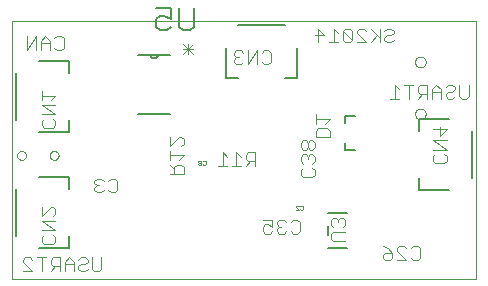
<source format=gbo>
G75*
%MOIN*%
%OFA0B0*%
%FSLAX24Y24*%
%IPPOS*%
%LPD*%
%AMOC8*
5,1,8,0,0,1.08239X$1,22.5*
%
%ADD10C,0.0000*%
%ADD11C,0.0040*%
%ADD12C,0.0010*%
%ADD13C,0.0050*%
%ADD14C,0.0060*%
%ADD15C,0.0030*%
%ADD16C,0.0080*%
D10*
X005150Y004018D02*
X005150Y012639D01*
X020645Y012639D01*
X020645Y004018D01*
X005150Y004018D01*
X005336Y008143D02*
X005338Y008167D01*
X005344Y008190D01*
X005353Y008212D01*
X005366Y008232D01*
X005381Y008250D01*
X005400Y008265D01*
X005421Y008277D01*
X005443Y008285D01*
X005466Y008290D01*
X005490Y008291D01*
X005514Y008288D01*
X005536Y008281D01*
X005558Y008271D01*
X005578Y008258D01*
X005595Y008241D01*
X005609Y008222D01*
X005620Y008201D01*
X005628Y008178D01*
X005632Y008155D01*
X005632Y008131D01*
X005628Y008108D01*
X005620Y008085D01*
X005609Y008064D01*
X005595Y008045D01*
X005578Y008028D01*
X005558Y008015D01*
X005536Y008005D01*
X005514Y007998D01*
X005490Y007995D01*
X005466Y007996D01*
X005443Y008001D01*
X005421Y008009D01*
X005400Y008021D01*
X005381Y008036D01*
X005366Y008054D01*
X005353Y008074D01*
X005344Y008096D01*
X005338Y008119D01*
X005336Y008143D01*
X006418Y008143D02*
X006420Y008167D01*
X006426Y008190D01*
X006435Y008212D01*
X006448Y008232D01*
X006463Y008250D01*
X006482Y008265D01*
X006503Y008277D01*
X006525Y008285D01*
X006548Y008290D01*
X006572Y008291D01*
X006596Y008288D01*
X006618Y008281D01*
X006640Y008271D01*
X006660Y008258D01*
X006677Y008241D01*
X006691Y008222D01*
X006702Y008201D01*
X006710Y008178D01*
X006714Y008155D01*
X006714Y008131D01*
X006710Y008108D01*
X006702Y008085D01*
X006691Y008064D01*
X006677Y008045D01*
X006660Y008028D01*
X006640Y008015D01*
X006618Y008005D01*
X006596Y007998D01*
X006572Y007995D01*
X006548Y007996D01*
X006525Y008001D01*
X006503Y008009D01*
X006482Y008021D01*
X006463Y008036D01*
X006448Y008054D01*
X006435Y008074D01*
X006426Y008096D01*
X006420Y008119D01*
X006418Y008143D01*
X018598Y009527D02*
X018600Y009553D01*
X018606Y009579D01*
X018616Y009604D01*
X018629Y009627D01*
X018645Y009647D01*
X018665Y009665D01*
X018687Y009680D01*
X018710Y009692D01*
X018736Y009700D01*
X018762Y009704D01*
X018788Y009704D01*
X018814Y009700D01*
X018840Y009692D01*
X018864Y009680D01*
X018885Y009665D01*
X018905Y009647D01*
X018921Y009627D01*
X018934Y009604D01*
X018944Y009579D01*
X018950Y009553D01*
X018952Y009527D01*
X018950Y009501D01*
X018944Y009475D01*
X018934Y009450D01*
X018921Y009427D01*
X018905Y009407D01*
X018885Y009389D01*
X018863Y009374D01*
X018840Y009362D01*
X018814Y009354D01*
X018788Y009350D01*
X018762Y009350D01*
X018736Y009354D01*
X018710Y009362D01*
X018686Y009374D01*
X018665Y009389D01*
X018645Y009407D01*
X018629Y009427D01*
X018616Y009450D01*
X018606Y009475D01*
X018600Y009501D01*
X018598Y009527D01*
X018598Y011259D02*
X018600Y011285D01*
X018606Y011311D01*
X018616Y011336D01*
X018629Y011359D01*
X018645Y011379D01*
X018665Y011397D01*
X018687Y011412D01*
X018710Y011424D01*
X018736Y011432D01*
X018762Y011436D01*
X018788Y011436D01*
X018814Y011432D01*
X018840Y011424D01*
X018864Y011412D01*
X018885Y011397D01*
X018905Y011379D01*
X018921Y011359D01*
X018934Y011336D01*
X018944Y011311D01*
X018950Y011285D01*
X018952Y011259D01*
X018950Y011233D01*
X018944Y011207D01*
X018934Y011182D01*
X018921Y011159D01*
X018905Y011139D01*
X018885Y011121D01*
X018863Y011106D01*
X018840Y011094D01*
X018814Y011086D01*
X018788Y011082D01*
X018762Y011082D01*
X018736Y011086D01*
X018710Y011094D01*
X018686Y011106D01*
X018665Y011121D01*
X018645Y011139D01*
X018629Y011159D01*
X018616Y011182D01*
X018606Y011207D01*
X018600Y011233D01*
X018598Y011259D01*
D11*
X017880Y011990D02*
X017803Y011913D01*
X017650Y011913D01*
X017573Y011990D01*
X017573Y012067D01*
X017650Y012144D01*
X017803Y012144D01*
X017880Y012220D01*
X017880Y012297D01*
X017803Y012374D01*
X017650Y012374D01*
X017573Y012297D01*
X017420Y012374D02*
X017420Y011913D01*
X017420Y012067D02*
X017113Y012374D01*
X016959Y012297D02*
X016882Y012374D01*
X016729Y012374D01*
X016652Y012297D01*
X016652Y012220D01*
X016959Y011913D01*
X016652Y011913D01*
X016499Y011990D02*
X016192Y012297D01*
X016192Y011990D01*
X016269Y011913D01*
X016422Y011913D01*
X016499Y011990D01*
X016499Y012297D01*
X016422Y012374D01*
X016269Y012374D01*
X016192Y012297D01*
X016038Y012220D02*
X015885Y012374D01*
X015885Y011913D01*
X016038Y011913D02*
X015732Y011913D01*
X015578Y012144D02*
X015271Y012144D01*
X015348Y012374D02*
X015348Y011913D01*
X015578Y012144D02*
X015348Y012374D01*
X017113Y011913D02*
X017343Y012144D01*
X017925Y010499D02*
X017925Y010038D01*
X018078Y010038D02*
X017771Y010038D01*
X018078Y010345D02*
X017925Y010499D01*
X018232Y010499D02*
X018538Y010499D01*
X018385Y010499D02*
X018385Y010038D01*
X018692Y010038D02*
X018845Y010192D01*
X018769Y010192D02*
X018999Y010192D01*
X018999Y010038D02*
X018999Y010499D01*
X018769Y010499D01*
X018692Y010422D01*
X018692Y010269D01*
X018769Y010192D01*
X019152Y010269D02*
X019459Y010269D01*
X019459Y010345D02*
X019459Y010038D01*
X019613Y010115D02*
X019689Y010038D01*
X019843Y010038D01*
X019920Y010115D01*
X020073Y010115D02*
X020073Y010499D01*
X019920Y010422D02*
X019920Y010345D01*
X019843Y010269D01*
X019689Y010269D01*
X019613Y010192D01*
X019613Y010115D01*
X019459Y010345D02*
X019306Y010499D01*
X019152Y010345D01*
X019152Y010038D01*
X019613Y010422D02*
X019689Y010499D01*
X019843Y010499D01*
X019920Y010422D01*
X020073Y010115D02*
X020150Y010038D01*
X020303Y010038D01*
X020380Y010115D01*
X020380Y010499D01*
X019424Y009107D02*
X019424Y008800D01*
X019654Y009031D01*
X019194Y009031D01*
X019194Y008647D02*
X019654Y008647D01*
X019654Y008340D02*
X019194Y008647D01*
X019194Y008340D02*
X019654Y008340D01*
X019577Y008186D02*
X019654Y008110D01*
X019654Y007956D01*
X019577Y007880D01*
X019270Y007880D01*
X019194Y007956D01*
X019194Y008110D01*
X019270Y008186D01*
X015755Y008743D02*
X015755Y008973D01*
X015679Y009049D01*
X015372Y009049D01*
X015295Y008973D01*
X015295Y008743D01*
X015755Y008743D01*
X015255Y008564D02*
X015255Y008411D01*
X015179Y008334D01*
X015102Y008334D01*
X015025Y008411D01*
X015025Y008564D01*
X014948Y008641D01*
X014872Y008641D01*
X014795Y008564D01*
X014795Y008411D01*
X014872Y008334D01*
X014948Y008334D01*
X015025Y008411D01*
X015025Y008564D02*
X015102Y008641D01*
X015179Y008641D01*
X015255Y008564D01*
X015179Y008181D02*
X015102Y008181D01*
X015025Y008104D01*
X014948Y008181D01*
X014872Y008181D01*
X014795Y008104D01*
X014795Y007950D01*
X014872Y007874D01*
X014872Y007720D02*
X014795Y007644D01*
X014795Y007490D01*
X014872Y007413D01*
X015179Y007413D01*
X015255Y007490D01*
X015255Y007644D01*
X015179Y007720D01*
X015179Y007874D02*
X015255Y007950D01*
X015255Y008104D01*
X015179Y008181D01*
X015025Y008104D02*
X015025Y008027D01*
X015295Y009203D02*
X015295Y009510D01*
X015295Y009356D02*
X015755Y009356D01*
X015602Y009203D01*
X013255Y008249D02*
X013255Y007788D01*
X013255Y007942D02*
X013025Y007942D01*
X012948Y008019D01*
X012948Y008172D01*
X013025Y008249D01*
X013255Y008249D01*
X012795Y008095D02*
X012641Y008249D01*
X012641Y007788D01*
X012488Y007788D02*
X012795Y007788D01*
X012948Y007788D02*
X013102Y007942D01*
X012334Y008095D02*
X012181Y008249D01*
X012181Y007788D01*
X012334Y007788D02*
X012027Y007788D01*
X010880Y007762D02*
X010880Y007532D01*
X010420Y007532D01*
X010573Y007532D02*
X010573Y007762D01*
X010650Y007839D01*
X010804Y007839D01*
X010880Y007762D01*
X010727Y007993D02*
X010880Y008146D01*
X010420Y008146D01*
X010420Y007993D02*
X010420Y008299D01*
X010420Y008453D02*
X010727Y008760D01*
X010804Y008760D01*
X010880Y008683D01*
X010880Y008530D01*
X010804Y008453D01*
X010420Y008453D02*
X010420Y008760D01*
X010420Y007839D02*
X010573Y007686D01*
X008676Y007297D02*
X008676Y006990D01*
X008599Y006913D01*
X008446Y006913D01*
X008369Y006990D01*
X008215Y006990D02*
X008139Y006913D01*
X007985Y006913D01*
X007908Y006990D01*
X007908Y007067D01*
X007985Y007144D01*
X008062Y007144D01*
X007985Y007144D02*
X007908Y007220D01*
X007908Y007297D01*
X007985Y007374D01*
X008139Y007374D01*
X008215Y007297D01*
X008369Y007297D02*
X008446Y007374D01*
X008599Y007374D01*
X008676Y007297D01*
X006607Y006342D02*
X006607Y006188D01*
X006530Y006112D01*
X006607Y005958D02*
X006146Y005958D01*
X006607Y005651D01*
X006146Y005651D01*
X006223Y005498D02*
X006146Y005421D01*
X006146Y005268D01*
X006223Y005191D01*
X006530Y005191D01*
X006607Y005268D01*
X006607Y005421D01*
X006530Y005498D01*
X006146Y006112D02*
X006453Y006419D01*
X006530Y006419D01*
X006607Y006342D01*
X006146Y006419D02*
X006146Y006112D01*
X006147Y004749D02*
X006147Y004288D01*
X006454Y004288D02*
X006608Y004442D01*
X006531Y004442D02*
X006761Y004442D01*
X006761Y004288D02*
X006761Y004749D01*
X006531Y004749D01*
X006454Y004672D01*
X006454Y004519D01*
X006531Y004442D01*
X006301Y004749D02*
X005994Y004749D01*
X005840Y004672D02*
X005764Y004749D01*
X005610Y004749D01*
X005533Y004672D01*
X005533Y004595D01*
X005840Y004288D01*
X005533Y004288D01*
X006915Y004288D02*
X006915Y004595D01*
X007068Y004749D01*
X007222Y004595D01*
X007222Y004288D01*
X007375Y004365D02*
X007452Y004288D01*
X007605Y004288D01*
X007682Y004365D01*
X007835Y004365D02*
X007835Y004749D01*
X007682Y004672D02*
X007682Y004595D01*
X007605Y004519D01*
X007452Y004519D01*
X007375Y004442D01*
X007375Y004365D01*
X007222Y004519D02*
X006915Y004519D01*
X007375Y004672D02*
X007452Y004749D01*
X007605Y004749D01*
X007682Y004672D01*
X008142Y004749D02*
X008142Y004365D01*
X008066Y004288D01*
X007912Y004288D01*
X007835Y004365D01*
X013527Y005615D02*
X013604Y005538D01*
X013757Y005538D01*
X013834Y005615D01*
X013834Y005769D02*
X013681Y005845D01*
X013604Y005845D01*
X013527Y005769D01*
X013527Y005615D01*
X013834Y005769D02*
X013834Y005999D01*
X013527Y005999D01*
X013988Y005922D02*
X013988Y005845D01*
X014064Y005769D01*
X013988Y005692D01*
X013988Y005615D01*
X014064Y005538D01*
X014218Y005538D01*
X014295Y005615D01*
X014448Y005615D02*
X014525Y005538D01*
X014678Y005538D01*
X014755Y005615D01*
X014755Y005922D01*
X014678Y005999D01*
X014525Y005999D01*
X014448Y005922D01*
X014295Y005922D02*
X014218Y005999D01*
X014064Y005999D01*
X013988Y005922D01*
X014064Y005769D02*
X014141Y005769D01*
X015801Y005831D02*
X015878Y005754D01*
X015801Y005831D02*
X015801Y005984D01*
X015878Y006061D01*
X015954Y006061D01*
X016031Y005984D01*
X016031Y005908D01*
X016031Y005984D02*
X016108Y006061D01*
X016185Y006061D01*
X016261Y005984D01*
X016261Y005831D01*
X016185Y005754D01*
X016261Y005601D02*
X015878Y005601D01*
X015801Y005524D01*
X015801Y005370D01*
X015878Y005294D01*
X016261Y005294D01*
X017533Y005124D02*
X017687Y005047D01*
X017840Y004894D01*
X017610Y004894D01*
X017533Y004817D01*
X017533Y004740D01*
X017610Y004663D01*
X017764Y004663D01*
X017840Y004740D01*
X017840Y004894D01*
X017994Y004970D02*
X017994Y005047D01*
X018071Y005124D01*
X018224Y005124D01*
X018301Y005047D01*
X018454Y005047D02*
X018531Y005124D01*
X018684Y005124D01*
X018761Y005047D01*
X018761Y004740D01*
X018684Y004663D01*
X018531Y004663D01*
X018454Y004740D01*
X018301Y004663D02*
X017994Y004970D01*
X017994Y004663D02*
X018301Y004663D01*
X013712Y011187D02*
X013559Y011187D01*
X013482Y011264D01*
X013328Y011187D02*
X013328Y011647D01*
X013021Y011187D01*
X013021Y011647D01*
X012868Y011571D02*
X012791Y011647D01*
X012638Y011647D01*
X012561Y011571D01*
X012561Y011494D01*
X012638Y011417D01*
X012561Y011340D01*
X012561Y011264D01*
X012638Y011187D01*
X012791Y011187D01*
X012868Y011264D01*
X012714Y011417D02*
X012638Y011417D01*
X013482Y011571D02*
X013559Y011647D01*
X013712Y011647D01*
X013789Y011571D01*
X013789Y011264D01*
X013712Y011187D01*
X006880Y011740D02*
X006803Y011663D01*
X006650Y011663D01*
X006573Y011740D01*
X006420Y011663D02*
X006420Y011970D01*
X006266Y012124D01*
X006113Y011970D01*
X006113Y011663D01*
X005959Y011663D02*
X005959Y012124D01*
X005652Y011663D01*
X005652Y012124D01*
X006113Y011894D02*
X006420Y011894D01*
X006573Y012047D02*
X006650Y012124D01*
X006803Y012124D01*
X006880Y012047D01*
X006880Y011740D01*
X006146Y010294D02*
X006146Y009987D01*
X006146Y010140D02*
X006607Y010140D01*
X006453Y009987D01*
X006607Y009833D02*
X006146Y009833D01*
X006607Y009526D01*
X006146Y009526D01*
X006223Y009373D02*
X006146Y009296D01*
X006146Y009143D01*
X006223Y009066D01*
X006530Y009066D01*
X006607Y009143D01*
X006607Y009296D01*
X006530Y009373D01*
D12*
X011373Y007948D02*
X011373Y007923D01*
X011398Y007898D01*
X011448Y007898D01*
X011473Y007923D01*
X011473Y007948D01*
X011448Y007973D01*
X011398Y007973D01*
X011373Y007948D01*
X011398Y007898D02*
X011373Y007873D01*
X011373Y007848D01*
X011398Y007823D01*
X011448Y007823D01*
X011473Y007848D01*
X011473Y007873D01*
X011448Y007898D01*
X011520Y007848D02*
X011545Y007823D01*
X011595Y007823D01*
X011620Y007848D01*
X011620Y007948D01*
X011595Y007973D01*
X011545Y007973D01*
X011520Y007948D01*
X014623Y006448D02*
X014648Y006473D01*
X014698Y006473D01*
X014723Y006448D01*
X014770Y006448D02*
X014795Y006473D01*
X014845Y006473D01*
X014870Y006448D01*
X014870Y006348D01*
X014845Y006323D01*
X014795Y006323D01*
X014770Y006348D01*
X014723Y006323D02*
X014623Y006423D01*
X014623Y006448D01*
X014623Y006323D02*
X014723Y006323D01*
D13*
X015710Y006234D02*
X016340Y006234D01*
X015710Y005801D02*
X015710Y005486D01*
X015710Y005053D02*
X016340Y005053D01*
X018729Y006997D02*
X019733Y006997D01*
X020500Y007390D02*
X020500Y008965D01*
X019733Y009359D02*
X018729Y009359D01*
X018729Y008965D01*
X018729Y007390D02*
X018729Y006997D01*
X014672Y010722D02*
X014278Y010722D01*
X014672Y010722D02*
X014672Y011726D01*
X014278Y012494D02*
X012703Y012494D01*
X012309Y011726D02*
X012309Y010722D01*
X012703Y010722D01*
X007071Y010896D02*
X007071Y011290D01*
X006067Y011290D01*
X005300Y010896D02*
X005300Y009321D01*
X006067Y008928D02*
X007071Y008928D01*
X007071Y009321D01*
X007071Y007415D02*
X006067Y007415D01*
X005300Y007021D02*
X005300Y005446D01*
X006067Y005053D02*
X007071Y005053D01*
X007071Y005446D01*
X007071Y007021D02*
X007071Y007415D01*
D14*
X009360Y009538D02*
X010440Y009538D01*
X010440Y011498D02*
X010020Y011498D01*
X009780Y011498D01*
X009360Y011498D01*
X009780Y011498D02*
X009782Y011477D01*
X009787Y011457D01*
X009796Y011438D01*
X009808Y011421D01*
X009823Y011406D01*
X009840Y011394D01*
X009859Y011385D01*
X009879Y011380D01*
X009900Y011378D01*
X009921Y011380D01*
X009941Y011385D01*
X009960Y011394D01*
X009977Y011406D01*
X009992Y011421D01*
X010004Y011438D01*
X010013Y011457D01*
X010018Y011477D01*
X010020Y011498D01*
X016265Y009453D02*
X016265Y009233D01*
X016265Y009453D02*
X016585Y009453D01*
X016265Y008553D02*
X016265Y008333D01*
X016585Y008333D01*
D15*
X011185Y011532D02*
X010871Y011845D01*
X010871Y011689D02*
X011185Y011689D01*
X011185Y011845D02*
X010871Y011532D01*
X011028Y011532D02*
X011028Y011845D01*
D16*
X011097Y012308D02*
X010850Y012308D01*
X010726Y012432D01*
X010726Y013049D01*
X010465Y013049D02*
X010465Y012679D01*
X010218Y012802D01*
X010095Y012802D01*
X009971Y012679D01*
X009971Y012432D01*
X010095Y012308D01*
X010342Y012308D01*
X010465Y012432D01*
X011097Y012308D02*
X011220Y012432D01*
X011220Y013049D01*
X010465Y013049D02*
X009971Y013049D01*
M02*

</source>
